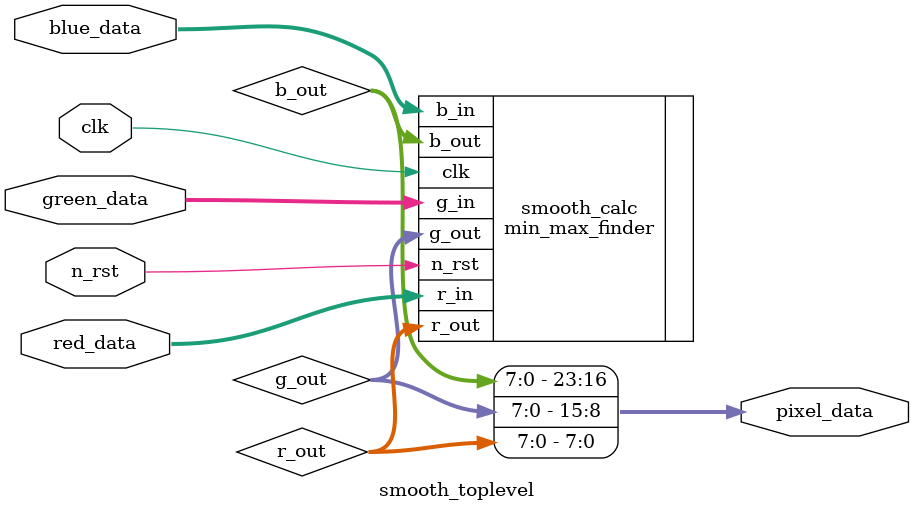
<source format=sv>


module smooth_toplevel
(
	input wire clk, 
	input wire n_rst,
	input wire [71:0] red_data,
	input wire [71:0] green_data,
	input wire [71:0] blue_data, 
	
	//Output
	output wire [23:0] pixel_data  	
);
	reg [7:0] r_out;
  	reg [7:0] g_out;
  	reg [7:0] b_out;

	min_max_finder smooth_calc(.clk(clk), .n_rst(n_rst), .r_in(red_data), .g_in(green_data), .b_in(blue_data), .r_out(r_out), .g_out(g_out), .b_out(b_out));

	assign pixel_data = {b_out, g_out, r_out};


endmodule 


</source>
